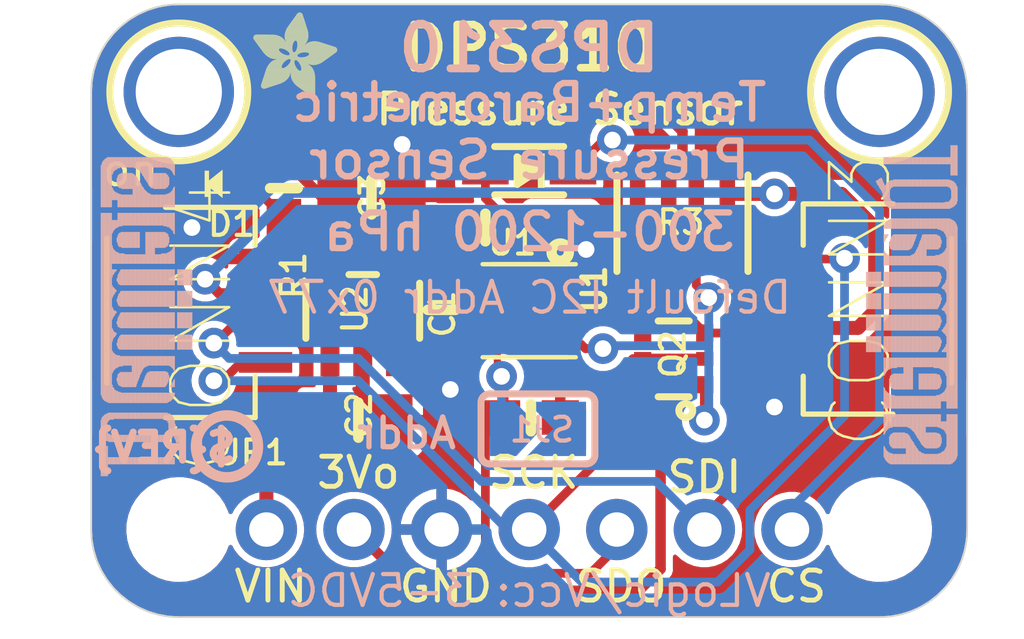
<source format=kicad_pcb>
(kicad_pcb (version 20221018) (generator pcbnew)
  (layers (0 "F.Cu" signal) (31 "B.Cu" signal) (34 "B.Paste" user) (35 "F.Paste" user) (36 "B.SilkS" user "B.Silkscreen") (37 "F.SilkS" user "F.Silkscreen") (38 "B.Mask" user) (39 "F.Mask" user) (44 "Edge.Cuts" user))
  (net 0 "")
  (net 1 "GND")
  (net 2 "3.3V")
  (net 3 "VCC")
  (net 4 "N$1")
  (net 5 "SDI_3V")
  (net 6 "SCK_3V")
  (net 7 "CS_3V")
  (net 8 "SDO/ADR")
  (net 9 "SDI/SDA")
  (net 10 "SCK/SCL")
  (net 11 "CS")
  (footprint "Adafruit DPS310:0603-NO" (layer "F.Cu") (at 147.2311 102.5906 180)
    (fp_text reference "R5" hide)
    (fp_text value "10K")
    (pad "1" smd rect (at -0.85 0 180) (size 1.075 1) (layers "F.Cu" "F.Paste" "F.Mask") (net 7 "CS_3V"))
    (pad "2" smd rect (at 0.85 0 180) (size 1.075 1) (layers "F.Cu" "F.Paste" "F.Mask") (net 2 "3.3V"))
  )
  (footprint "Adafruit DPS310:CHIPLED_0603_NOOUTLINE" (layer "F.Cu") (at 139.3571 101.3206 90)
    (fp_text reference "D1" (at -0.762 1.27) (layer "F.SilkS") (effects (font (size 0.692831 0.692831) (thickness 0.119969)) (justify right top)))
    (fp_text value "GREEN")
    (pad "A" smd rect (at 0 0.75 90) (size 0.8 0.8) (layers "F.Cu" "F.Paste" "F.Mask") (net 4 "N$1"))
    (pad "C" smd rect (at 0 -0.75 90) (size 0.8 0.8) (layers "F.Cu" "F.Paste" "F.Mask") (net 1 "GND"))
  )
  (footprint "Adafruit DPS310:0805-NO" (layer "F.Cu") (at 143.9291 101.7016)
    (fp_text reference "C3" (at -0.381 -0.762 90) (layer "F.SilkS") (effects (font (size 0.692831 0.692831) (thickness 0.119969)) (justify right top)))
    (fp_text value "10uF")
    (pad "1" smd rect (at -0.95 0) (size 1.24 1.5) (layers "F.Cu" "F.Paste" "F.Mask") (net 2 "3.3V"))
    (pad "2" smd rect (at 0.95 0) (size 1.24 1.5) (layers "F.Cu" "F.Paste" "F.Mask") (net 1 "GND"))
  )
  (footprint "Adafruit DPS310:MOUNTINGHOLE_2.5_PLATED" (layer "F.Cu") (at 138.3411 98.6536)
    (fp_text reference "U$1" hide)
    (fp_text value "MOUNTINGHOLE2.5" hide)
    (pad "P$1" thru_hole circle (at 0 0) (size 3.2 3.2) (drill 2.5) (layers "*.Cu" "*.Mask"))
    (zone (net 0) (net_name "") (layer "F.Cu") (connect_pads (clearance 0)) (min_thickness 0.25)
      (keepout (tracks not_allowed) (vias not_allowed) (pads not_allowed) (copperpour not_allowed) (footprints allowed))
      (fill (thermal_gap 0.5) (thermal_bridge_width 0.5))
      (polygon (pts (xy 140.3571 98.6536) (xy 140.33748 98.373027) (xy 140.279004 98.097915) (xy 140.182808 97.833619) (xy 140.050765 97.585283) (xy 139.885446 97.35774) (xy 139.690067 97.15542) (xy 139.468433 96.98226) (xy 139.224856 96.841631) (xy 138.964078 96.73627) (xy 138.691175 96.668228) (xy 138.411457 96.638828) (xy 138.130371 96.648644) (xy 137.853385 96.697484) (xy 137.585893 96.784397) (xy 137.3331 96.907693) (xy 137.099926 97.06497) (xy 136.890911 97.253169) (xy 136.710122 97.468625) (xy 136.561078 97.707145) (xy 136.44668 97.964087) (xy 136.369154 98.23445) (xy 136.330011 98.512971) (xy 136.330011 98.794229) (xy 136.369154 99.07275) (xy 136.44668 99.343113) (xy 136.561078 99.600055) (xy 136.710122 99.838575) (xy 136.890911 100.054031) (xy 137.099926 100.24223) (xy 137.3331 100.399507) (xy 137.585893 100.522803) (xy 137.853385 100.609716) (xy 138.130371 100.658556) (xy 138.411457 100.668372) (xy 138.691175 100.638972) (xy 138.964078 100.57093) (xy 139.224856 100.465569) (xy 139.468433 100.32494) (xy 139.690067 100.15178) (xy 139.885446 99.94946) (xy 140.050765 99.721917) (xy 140.182808 99.473581) (xy 140.279004 99.209285) (xy 140.33748 98.934173)))
      (polygon (pts (xy 138.3251 98.6536) (xy 138.329786 98.664914) (xy 138.3411 98.6696) (xy 138.352414 98.664914) (xy 138.3571 98.6536) (xy 138.352414 98.642286) (xy 138.3411 98.6376) (xy 138.329786 98.642286)))
    )
    (zone (net 0) (net_name "") (layer "B.Cu") (connect_pads (clearance 0)) (min_thickness 0.25)
      (keepout (tracks not_allowed) (vias not_allowed) (pads not_allowed) (copperpour not_allowed) (footprints allowed))
      (fill (thermal_gap 0.5) (thermal_bridge_width 0.5))
      (polygon (pts (xy 140.3571 98.6536) (xy 140.33748 98.373027) (xy 140.279004 98.097915) (xy 140.182808 97.833619) (xy 140.050765 97.585283) (xy 139.885446 97.35774) (xy 139.690067 97.15542) (xy 139.468433 96.98226) (xy 139.224856 96.841631) (xy 138.964078 96.73627) (xy 138.691175 96.668228) (xy 138.411457 96.638828) (xy 138.130371 96.648644) (xy 137.853385 96.697484) (xy 137.585893 96.784397) (xy 137.3331 96.907693) (xy 137.099926 97.06497) (xy 136.890911 97.253169) (xy 136.710122 97.468625) (xy 136.561078 97.707145) (xy 136.44668 97.964087) (xy 136.369154 98.23445) (xy 136.330011 98.512971) (xy 136.330011 98.794229) (xy 136.369154 99.07275) (xy 136.44668 99.343113) (xy 136.561078 99.600055) (xy 136.710122 99.838575) (xy 136.890911 100.054031) (xy 137.099926 100.24223) (xy 137.3331 100.399507) (xy 137.585893 100.522803) (xy 137.853385 100.609716) (xy 138.130371 100.658556) (xy 138.411457 100.668372) (xy 138.691175 100.638972) (xy 138.964078 100.57093) (xy 139.224856 100.465569) (xy 139.468433 100.32494) (xy 139.690067 100.15178) (xy 139.885446 99.94946) (xy 140.050765 99.721917) (xy 140.182808 99.473581) (xy 140.279004 99.209285) (xy 140.33748 98.934173)))
      (polygon (pts (xy 138.3251 98.6536) (xy 138.329786 98.664914) (xy 138.3411 98.6696) (xy 138.352414 98.664914) (xy 138.3571 98.6536) (xy 138.352414 98.642286) (xy 138.3411 98.6376) (xy 138.329786 98.642286)))
    )
  )
  (footprint "Adafruit DPS310:JST_SH4" (layer "F.Cu") (at 158.6611 105.0036 90)
    (fp_text reference "CONN3" (at -4.092 0.45 90) (layer "F.SilkS") (effects (font (size 1.703222 1.703222) (thickness 0.074778)) (justify left bottom)))
    (fp_text value "STEMMA_I2C_QT" hide)
    (pad "1" smd rect (at -1.5 -2.514 180) (size 1.55 0.6) (layers "F.Cu" "F.Paste" "F.Mask") (net 1 "GND"))
    (pad "2" smd rect (at -0.5 -2.514 180) (size 1.55 0.6) (layers "F.Cu" "F.Paste" "F.Mask") (net 3 "VCC"))
    (pad "3" smd rect (at 0.5 -2.514 180) (size 1.55 0.6) (layers "F.Cu" "F.Paste" "F.Mask") (net 9 "SDI/SDA"))
    (pad "4" smd rect (at 1.5 -2.514 180) (size 1.55 0.6) (layers "F.Cu" "F.Paste" "F.Mask") (net 10 "SCK/SCL"))
    (pad "MT1" smd rect (at -2.8 1.386 180) (size 1.8 1.2) (layers "F.Cu" "F.Paste" "F.Mask"))
    (pad "MT2" smd rect (at 2.8 1.386 180) (size 1.8 1.2) (layers "F.Cu" "F.Paste" "F.Mask"))
  )
  (footprint "Adafruit DPS310:0603-NO" (layer "F.Cu") (at 141.3891 101.4476 -90)
    (fp_text reference "R1" (at 1.778 0.127 90) (layer "F.SilkS") (effects (font (size 0.692831 0.692831) (thickness 0.119969)) (justify right top)))
    (fp_text value "10K")
    (pad "1" smd rect (at -0.85 0 270) (size 1.075 1) (layers "F.Cu" "F.Paste" "F.Mask") (net 2 "3.3V"))
    (pad "2" smd rect (at 0.85 0 270) (size 1.075 1) (layers "F.Cu" "F.Paste" "F.Mask") (net 4 "N$1"))
  )
  (footprint "Adafruit DPS310:RESPACK_4X0603" (layer "F.Cu") (at 152.9461 102.4636 180)
    (fp_text reference "R3" (at -0.711 0.432) (layer "F.SilkS") (effects (font (size 0.692831 0.692831) (thickness 0.119969)) (justify right top)))
    (fp_text value "10K")
    (pad "1" smd rect (at -1.3 0.85 180) (size 0.45 0.9) (layers "F.Cu" "F.Paste" "F.Mask") (net 3 "VCC"))
    (pad "2" smd rect (at -0.4 0.85 180) (size 0.45 0.9) (layers "F.Cu" "F.Paste" "F.Mask") (net 2 "3.3V"))
    (pad "3" smd rect (at 0.4 0.85 180) (size 0.45 0.9) (layers "F.Cu" "F.Paste" "F.Mask") (net 3 "VCC"))
    (pad "4" smd rect (at 1.3 0.85 180) (size 0.45 0.9) (layers "F.Cu" "F.Paste" "F.Mask") (net 2 "3.3V"))
    (pad "5" smd rect (at 1.3 -0.85 180) (size 0.45 0.9) (layers "F.Cu" "F.Paste" "F.Mask") (net 5 "SDI_3V"))
    (pad "6" smd rect (at 0.4 -0.85 180) (size 0.45 0.9) (layers "F.Cu" "F.Paste" "F.Mask") (net 9 "SDI/SDA"))
    (pad "7" smd rect (at -0.4 -0.85 180) (size 0.45 0.9) (layers "F.Cu" "F.Paste" "F.Mask") (net 6 "SCK_3V"))
    (pad "8" smd rect (at -1.3 -0.85 180) (size 0.45 0.9) (layers "F.Cu" "F.Paste" "F.Mask") (net 10 "SCK/SCL"))
  )
  (footprint "Adafruit DPS310:BMX280_COMBO" (layer "F.Cu") (at 148.5011 105.0036)
    (fp_text reference "U1" (at -1.26 -1.568) (layer "F.SilkS") (effects (font (size 0.692831 0.692831) (thickness 0.119969)) (justify left bottom)))
    (fp_text value "")
    (fp_text user "${REFERENCE}" (at 1.498 -1.39 90) (layer "F.SilkS") (effects (font (size 0.666496 0.666496) (thickness 0.146304)) (justify right top)))
    (pad "1" smd rect (at 0.925 -0.975) (size 0.725 0.35) (layers "F.Cu" "F.Paste" "F.Mask") (net 1 "GND"))
    (pad "2" smd rect (at 0.925 -0.325) (size 0.725 0.35) (layers "F.Cu" "F.Paste" "F.Mask") (net 7 "CS_3V"))
    (pad "3" smd rect (at 0.925 0.325) (size 0.725 0.35) (layers "F.Cu" "F.Paste" "F.Mask") (net 5 "SDI_3V"))
    (pad "4" smd rect (at 0.925 0.975) (size 0.725 0.35) (layers "F.Cu" "F.Paste" "F.Mask") (net 6 "SCK_3V"))
    (pad "5" smd rect (at -0.925 0.975) (size 0.725 0.35) (layers "F.Cu" "F.Paste" "F.Mask") (net 8 "SDO/ADR"))
    (pad "6" smd rect (at -0.925 0.325) (size 0.725 0.35) (layers "F.Cu" "F.Paste" "F.Mask") (net 2 "3.3V"))
    (pad "7" smd rect (at -0.925 -0.325) (size 0.725 0.35) (layers "F.Cu" "F.Paste" "F.Mask") (net 1 "GND"))
    (pad "8" smd rect (at -0.925 -0.975) (size 0.725 0.35) (layers "F.Cu" "F.Paste" "F.Mask") (net 2 "3.3V"))
  )
  (footprint "Adafruit DPS310:FIDUCIAL_1MM" (layer "F.Cu") (at 155.4861 97.5995)
    (fp_text reference "FID4" hide)
    (fp_text value "FIDUCIAL_1MM" hide)
    (pad "1" smd roundrect (at 0 0) (size 1 1) (layers "F.Cu" "F.Mask") (roundrect_rratio 0.5))
  )
  (footprint "Adafruit DPS310:ADAFRUIT_2.5MM" (layer "F.Cu") (at 140.5001 98.7806)
    (fp_text reference "U$4" hide)
    (fp_text value "" hide)
  )
  (footprint "Adafruit DPS310:MOUNTINGHOLE_2.5_PLATED" (layer "F.Cu") (at 158.6611 98.6536)
    (fp_text reference "U$17" hide)
    (fp_text value "MOUNTINGHOLE2.5" hide)
    (pad "P$1" thru_hole circle (at 0 0) (size 3.2 3.2) (drill 2.5) (layers "*.Cu" "*.Mask"))
    (zone (net 0) (net_name "") (layer "F.Cu") (connect_pads (clearance 0)) (min_thickness 0.25)
      (keepout (tracks not_allowed) (vias not_allowed) (pads not_allowed) (copperpour not_allowed) (footprints allowed))
      (fill (thermal_gap 0.5) (thermal_bridge_width 0.5))
      (polygon (pts (xy 160.6771 98.6536) (xy 160.65748 98.373027) (xy 160.599004 98.097915) (xy 160.502808 97.833619) (xy 160.370765 97.585283) (xy 160.205446 97.35774) (xy 160.010067 97.15542) (xy 159.788433 96.98226) (xy 159.544856 96.841631) (xy 159.284078 96.73627) (xy 159.011175 96.668228) (xy 158.731457 96.638828) (xy 158.450371 96.648644) (xy 158.173385 96.697484) (xy 157.905893 96.784397) (xy 157.6531 96.907693) (xy 157.419926 97.06497) (xy 157.210911 97.253169) (xy 157.030122 97.468625) (xy 156.881078 97.707145) (xy 156.76668 97.964087) (xy 156.689154 98.23445) (xy 156.650011 98.512971) (xy 156.650011 98.794229) (xy 156.689154 99.07275) (xy 156.76668 99.343113) (xy 156.881078 99.600055) (xy 157.030122 99.838575) (xy 157.210911 100.054031) (xy 157.419926 100.24223) (xy 157.6531 100.399507) (xy 157.905893 100.522803) (xy 158.173385 100.609716) (xy 158.450371 100.658556) (xy 158.731457 100.668372) (xy 159.011175 100.638972) (xy 159.284078 100.57093) (xy 159.544856 100.465569) (xy 159.788433 100.32494) (xy 160.010067 100.15178) (xy 160.205446 99.94946) (xy 160.370765 99.721917) (xy 160.502808 99.473581) (xy 160.599004 99.209285) (xy 160.65748 98.934173)))
      (polygon (pts (xy 158.6451 98.6536) (xy 158.649786 98.664914) (xy 158.6611 98.6696) (xy 158.672414 98.664914) (xy 158.6771 98.6536) (xy 158.672414 98.642286) (xy 158.6611 98.6376) (xy 158.649786 98.642286)))
    )
    (zone (net 0) (net_name "") (layer "B.Cu") (connect_pads (clearance 0)) (min_thickness 0.25)
      (keepout (tracks not_allowed) (vias not_allowed) (pads not_allowed) (copperpour not_allowed) (footprints allowed))
      (fill (thermal_gap 0.5) (thermal_bridge_width 0.5))
      (polygon (pts (xy 160.6771 98.6536) (xy 160.65748 98.373027) (xy 160.599004 98.097915) (xy 160.502808 97.833619) (xy 160.370765 97.585283) (xy 160.205446 97.35774) (xy 160.010067 97.15542) (xy 159.788433 96.98226) (xy 159.544856 96.841631) (xy 159.284078 96.73627) (xy 159.011175 96.668228) (xy 158.731457 96.638828) (xy 158.450371 96.648644) (xy 158.173385 96.697484) (xy 157.905893 96.784397) (xy 157.6531 96.907693) (xy 157.419926 97.06497) (xy 157.210911 97.253169) (xy 157.030122 97.468625) (xy 156.881078 97.707145) (xy 156.76668 97.964087) (xy 156.689154 98.23445) (xy 156.650011 98.512971) (xy 156.650011 98.794229) (xy 156.689154 99.07275) (xy 156.76668 99.343113) (xy 156.881078 99.600055) (xy 157.030122 99.838575) (xy 157.210911 100.054031) (xy 157.419926 100.24223) (xy 157.6531 100.399507) (xy 157.905893 100.522803) (xy 158.173385 100.609716) (xy 158.450371 100.658556) (xy 158.731457 100.668372) (xy 159.011175 100.638972) (xy 159.284078 100.57093) (xy 159.544856 100.465569) (xy 159.788433 100.32494) (xy 160.010067 100.15178) (xy 160.205446 99.94946) (xy 160.370765 99.721917) (xy 160.502808 99.473581) (xy 160.599004 99.209285) (xy 160.65748 98.934173)))
      (polygon (pts (xy 158.6451 98.6536) (xy 158.649786 98.664914) (xy 158.6611 98.6696) (xy 158.672414 98.664914) (xy 158.6771 98.6536) (xy 158.672414 98.642286) (xy 158.6611 98.6376) (xy 158.649786 98.642286)))
    )
  )
  (footprint "Adafruit DPS310:JST_SH4" (layer "F.Cu") (at 138.3411 105.0036 -90)
    (fp_text reference "CONN4" (at -3.965 0.323 90) (layer "F.SilkS") (effects (font (size 1.703222 1.703222) (thickness 0.074778)) (justify right top)))
    (fp_text value "STEMMA_I2C_QT" hide)
    (pad "1" smd rect (at -1.5 -2.514) (size 1.55 0.6) (layers "F.Cu" "F.Paste" "F.Mask") (net 1 "GND"))
    (pad "2" smd rect (at -0.5 -2.514) (size 1.55 0.6) (layers "F.Cu" "F.Paste" "F.Mask") (net 3 "VCC"))
    (pad "3" smd rect (at 0.5 -2.514) (size 1.55 0.6) (layers "F.Cu" "F.Paste" "F.Mask") (net 9 "SDI/SDA"))
    (pad "4" smd rect (at 1.5 -2.514) (size 1.55 0.6) (layers "F.Cu" "F.Paste" "F.Mask") (net 10 "SCK/SCL"))
    (pad "MT1" smd rect (at -2.8 1.386) (size 1.8 1.2) (layers "F.Cu" "F.Paste" "F.Mask"))
    (pad "MT2" smd rect (at 2.8 1.386) (size 1.8 1.2) (layers "F.Cu" "F.Paste" "F.Mask"))
  )
  (footprint "Adafruit DPS310:0805-NO" (layer "F.Cu") (at 143.5481 108.1786)
    (fp_text reference "C2" (at -0.381 -0.889 90) (layer "F.SilkS") (effects (font (size 0.692831 0.692831) (thickness 0.119969)) (justify right top)))
    (fp_text value "10uF")
    (pad "1" smd rect (at -0.95 0) (size 1.24 1.5) (layers "F.Cu" "F.Paste" "F.Mask") (net 3 "VCC"))
    (pad "2" smd rect (at 0.95 0) (size 1.24 1.5) (layers "F.Cu" "F.Paste" "F.Mask") (net 1 "GND"))
  )
  (footprint "Adafruit DPS310:FIDUCIAL_1MM" (layer "F.Cu") (at 136.8171 109.5121)
    (fp_text reference "FID3" hide)
    (fp_text value "FIDUCIAL_1MM" hide)
    (pad "1" smd roundrect (at 0 0) (size 1 1) (layers "F.Cu" "F.Mask") (roundrect_rratio 0.5))
  )
  (footprint "" (layer "F.Cu") (at 138.3411 111.3536)
    (fp_text reference "@HOLE0" hide)
    (fp_text value "" (at 0 0) (layer "F.SilkS") (effects (font (size 1.27 1.27))))
    (pad "" np_thru_hole circle (at 0 0) (size 2.54 2.54) (drill 2.54) (layers "*.Cu" "*.Mask"))
  )
  (footprint "Adafruit DPS310:0603-NO" (layer "F.Cu") (at 145.9611 104.9782 -90)
    (fp_text reference "C1" (at -0.635 0.381 90) (layer "F.SilkS") (effects (font (size 0.692831 0.692831) (thickness 0.119969)) (justify right top)))
    (fp_text value "0.1uF")
    (pad "1" smd rect (at -0.85 0 270) (size 1.075 1) (layers "F.Cu" "F.Paste" "F.Mask") (net 2 "3.3V"))
    (pad "2" smd rect (at 0.85 0 270) (size 1.075 1) (layers "F.Cu" "F.Paste" "F.Mask") (net 1 "GND"))
  )
  (footprint "Adafruit DPS310:SOT363" (layer "F.Cu") (at 152.6921 106.4006 90)
    (fp_text reference "Q2" (at -0.635 0.381 90) (layer "F.SilkS") (effects (font (size 0.692831 0.692831) (thickness 0.119969)) (justify left bottom)))
    (fp_text value "BSS138")
    (pad "1" smd rect (at -0.75 0.9 90) (size 0.5 0.5) (layers "F.Cu" "F.Paste" "F.Mask") (net 6 "SCK_3V"))
    (pad "2" smd rect (at 0 0.9 90) (size 0.4 0.5) (layers "F.Cu" "F.Paste" "F.Mask") (net 2 "3.3V"))
    (pad "3" smd rect (at 0.75 0.9 90) (size 0.5 0.5) (layers "F.Cu" "F.Paste" "F.Mask") (net 9 "SDI/SDA"))
    (pad "4" smd rect (at 0.75 -0.9 90) (size 0.5 0.5) (layers "F.Cu" "F.Paste" "F.Mask") (net 5 "SDI_3V"))
    (pad "5" smd rect (at 0 -0.9 90) (size 0.4 0.5) (layers "F.Cu" "F.Paste" "F.Mask") (net 2 "3.3V"))
    (pad "6" smd rect (at -0.75 -0.9 90) (size 0.5 0.5) (layers "F.Cu" "F.Paste" "F.Mask") (net 10 "SCK/SCL"))
  )
  (footprint "Adafruit DPS310:SOD-323" (layer "F.Cu") (at 148.5011 100.9396 180)
    (fp_text reference "D2" hide)
    (fp_text value "1N4148")
    (pad "A" smd rect (at 1.27 0 180) (size 1.35 0.8) (layers "F.Cu" "F.Paste" "F.Mask") (net 7 "CS_3V"))
    (pad "C" smd rect (at -1.27 0 180) (size 1.35 0.8) (layers "F.Cu" "F.Paste" "F.Mask") (net 11 "CS"))
  )
  (footprint "Adafruit DPS310:0603-NO" (layer "F.Cu") (at 148.5519 108.1024)
    (fp_text reference "R4" hide)
    (fp_text value "10K")
    (pad "1" smd rect (at -0.85 0) (size 1.075 1) (layers "F.Cu" "F.Paste" "F.Mask") (net 8 "SDO/ADR"))
    (pad "2" smd rect (at 0.85 0) (size 1.075 1) (layers "F.Cu" "F.Paste" "F.Mask") (net 2 "3.3V"))
  )
  (footprint "Adafruit DPS310:1X07_ROUND_70" (layer "F.Cu") (at 148.5011 111.3536)
    (fp_text reference "JP1" (at -8.9662 -1.8288) (layer "F.SilkS") (effects (font (size 0.692831 0.692831) (thickness 0.119969)) (justify left bottom)))
    (fp_text value "")
    (pad "1" thru_hole circle (at -7.62 0 90) (size 1.778 1.778) (drill 1) (layers "*.Cu" "*.Mask") (net 3 "VCC"))
    (pad "2" thru_hole circle (at -5.08 0 90) (size 1.778 1.778) (drill 1) (layers "*.Cu" "*.Mask") (net 2 "3.3V"))
    (pad "3" thru_hole circle (at -2.54 0 90) (size 1.778 1.778) (drill 1) (layers "*.Cu" "*.Mask") (net 1 "GND"))
    (pad "4" thru_hole circle (at 0 0 90) (size 1.778 1.778) (drill 1) (layers "*.Cu" "*.Mask") (net 10 "SCK/SCL"))
    (pad "5" thru_hole circle (at 2.54 0 90) (size 1.778 1.778) (drill 1) (layers "*.Cu" "*.Mask") (net 8 "SDO/ADR"))
    (pad "6" thru_hole circle (at 5.08 0 90) (size 1.778 1.778) (drill 1) (layers "*.Cu" "*.Mask") (net 9 "SDI/SDA"))
    (pad "7" thru_hole circle (at 7.62 0 90) (size 1.778 1.778) (drill 1) (layers "*.Cu" "*.Mask") (net 11 "CS"))
  )
  (footprint "Adafruit DPS310:SOT23-5" (layer "F.Cu") (at 143.6751 105.0036)
    (fp_text reference "U2" (at -0.635 -0.816 90) (layer "F.SilkS") (effects (font (size 0.692831 0.692831) (thickness 0.119969)) (justify right top)))
    (fp_text value "AP2112K-3.3")
    (pad "1" smd rect (at -0.95 1.3001) (size 0.55 1.2) (layers "F.Cu" "F.Paste" "F.Mask") (net 3 "VCC"))
    (pad "2" smd rect (at 0 1.3001) (size 0.55 1.2) (layers "F.Cu" "F.Paste" "F.Mask") (net 1 "GND"))
    (pad "3" smd rect (at 0.95 1.3001) (size 0.55 1.2) (layers "F.Cu" "F.Paste" "F.Mask") (net 3 "VCC"))
    (pad "4" smd rect (at 0.95 -1.3001) (size 0.55 1.2) (layers "F.Cu" "F.Paste" "F.Mask"))
    (pad "5" smd rect (at -0.95 -1.3001) (size 0.55 1.2) (layers "F.Cu" "F.Paste" "F.Mask") (net 2 "3.3V"))
  )
  (footprint "" (layer "F.Cu") (at 158.6611 111.3536)
    (fp_text reference "@HOLE1" hide)
    (fp_text value "" (at 0 0) (layer "F.SilkS") (effects (font (size 1.27 1.27))))
    (pad "" np_thru_hole circle (at 0 0) (size 2.54 2.54) (drill 2.54) (layers "*.Cu" "*.Mask"))
  )
  (footprint "Adafruit DPS310:STEMMAQT" (layer "B.Cu") (at 158.2801 109.4486 90)
    (fp_text reference "U$30" hide)
    (fp_text value "" hide)
  )
  (footprint "Adafruit DPS310:STEMMAQT" (layer "B.Cu") (at 138.7221 100.5586 -90)
    (fp_text reference "U$31" hide)
    (fp_text value "" hide)
  )
  (footprint "Adafruit DPS310:PCBFEAT-REV-040" (layer "B.Cu") (at 139.7381 108.9406 180)
    (fp_text reference "U$25" hide)
    (fp_text value "" hide)
    (fp_text user "${REV}" (at -0.3556 -0.508) (layer "B.SilkS") (effects (font (size 0.8128 0.8128) (thickness 0.2032)) (justify left bottom mirror)))
  )
  (footprint "Adafruit DPS310:SOLDERJUMPER_ARROW_NOPASTE" (layer "B.Cu") (at 148.7551 108.4326)
    (fp_text reference "SJ1" (at -0.889 -0.381) (layer "B.SilkS") (effects (font (size 0.692831 0.692831) (thickness 0.119969)) (justify right top mirror)))
    (fp_text value "")
    (fp_poly (pts (xy 0.106121 -0.002663) (xy -0.679416 -0.7882) (xy -1.3946 -0.7882) (xy -1.3946 0.7882) (xy -0.62715 0.7882)) (fill solid) (layer "B.Cu"))
    (fp_poly (pts (xy 1.3946 -0.7882) (xy -0.315893 -0.7882) (xy 0.443148 0) (xy -0.315893 0.7882) (xy 1.3946 0.7882)) (fill solid) (layer "B.Cu"))
    (pad "1" smd roundrect (at -1.016 0) (size 0.762 1.524) (layers "B.Cu") (net 8 "SDO/ADR"))
    (pad "2" smd roundrect (at 1.016 0) (size 0.762 1.524) (layers "B.Cu") (net 1 "GND"))
  )
  (gr_arc (start 135.8011 98.6536) (mid 136.545049 96.857549) (end 138.3411 96.1136) (stroke (width 0.05)) (layer "Edge.Cuts"))
  (gr_line (start 161.2011 111.3536) (end 161.2011 98.6536) (stroke (width 0.05)) (layer "Edge.Cuts"))
  (gr_line (start 158.6611 96.1136) (end 138.3411 96.1136) (stroke (width 0.05)) (layer "Edge.Cuts"))
  (gr_arc (start 161.2011 111.3536) (mid 160.457151 113.149651) (end 158.6611 113.8936) (stroke (width 0.05)) (layer "Edge.Cuts"))
  (gr_arc (start 158.6611 96.1136) (mid 160.457151 96.857549) (end 161.2011 98.6536) (stroke (width 0.05)) (layer "Edge.Cuts"))
  (gr_arc (start 138.3411 113.8936) (mid 136.545049 113.149651) (end 135.8011 111.3536) (stroke (width 0.05)) (layer "Edge.Cuts"))
  (gr_line (start 138.3411 113.8936) (end 158.6611 113.8936) (stroke (width 0.05)) (layer "Edge.Cuts"))
  (gr_line (start 135.8011 98.6536) (end 135.8011 111.3536) (stroke (width 0.05)) (layer "Edge.Cuts"))
  (gr_text "DPS310" (at 148.5011 97.3836) (layer "B.SilkS") (effects (font (size 1.2954 1.2954) (thickness 0.2286)) (justify mirror)))
  (gr_text "VLogic/Vcc: 3-5VDC" (at 148.5011 113.1316) (layer "B.SilkS") (effects (font (size 0.89408 0.89408) (thickness 0.12192)) (justify mirror)))
  (gr_text "Temp+Barometric\nPressure Sensor" (at 148.5011 99.7966) (layer "B.SilkS") (effects (font (size 1.03632 1.03632) (thickness 0.18288)) (justify mirror)))
  (gr_text "Addr" (at 144.9451 108.5596) (layer "B.SilkS") (effects (font (size 0.8636 0.8636) (thickness 0.1524)) (justify mirror)))
  (gr_text "300-1200 hPa" (at 148.5011 102.7176) (layer "B.SilkS") (effects (font (size 1.03632 1.03632) (thickness 0.18288)) (justify mirror)))
  (gr_text "Default I2C Addr 0x77" (at 148.5011 104.6226) (layer "B.SilkS") (effects (font (size 0.89408 0.89408) (thickness 0.12192)) (justify mirror)))
  (gr_text "CS" (at 156.2481 113.0046) (layer "F.SilkS") (effects (font (size 0.87376 0.87376) (thickness 0.14224))))
  (gr_text "VIN" (at 141.0081 113.0046) (layer "F.SilkS") (effects (font (size 0.87376 0.87376) (thickness 0.14224))))
  (gr_text "SDO" (at 151.1681 113.0046) (layer "F.SilkS") (effects (font (size 0.87376 0.87376) (thickness 0.14224))))
  (gr_text "SCK" (at 148.6281 109.7026) (layer "F.SilkS") (effects (font (size 0.87376 0.87376) (thickness 0.14224))))
  (gr_text "GND" (at 146.0881 113.0046) (layer "F.SilkS") (effects (font (size 0.87376 0.87376) (thickness 0.14224))))
  (gr_text "on" (at 136.0551 101.4476) (layer "F.SilkS") (effects (font (size 0.89408 0.89408) (thickness 0.12192)) (justify left bottom)))
  (gr_text "3Vo" (at 143.5481 109.7026) (layer "F.SilkS") (effects (font (size 0.87376 0.87376) (thickness 0.14224))))
  (gr_text "Pressure Sensor" (at 149.3901 99.1616) (layer "F.SilkS") (effects (font (size 0.8636 0.8636) (thickness 0.1524))))
  (gr_text "SDI" (at 153.5811 109.8296) (layer "F.SilkS") (effects (font (size 0.87376 0.87376) (thickness 0.14224))))
  (gr_text "DPS310" (at 148.5011 97.3836) (layer "F.SilkS") (effects (font (size 1.25222 1.25222) (thickness 0.22098))))
  (segment (start 143.6751 106.3037) (end 143.6751 107.3556) (width 0.4064) (layer "F.Cu") (net 1))
  (segment (start 143.6751 107.3556) (end 144.4981 108.1786) (width 0.4064) (layer "F.Cu") (net 1))
  (via (at 144.8181 100.1776) (size 0.889) (drill 0.4826) (layers "F.Cu" "B.Cu") (net 1))
  (via (at 138.7221 102.5906) (size 0.889) (drill 0.4826) (layers "F.Cu" "B.Cu") (net 1))
  (via (at 155.6131 107.7976) (size 0.889) (drill 0.4826) (layers "F.Cu" "B.Cu") (net 1))
  (via (at 150.1521 103.2256) (size 0.889) (drill 0.4826) (layers "F.Cu" "B.Cu") (net 1))
  (via (at 146.2151 107.2896) (size 0.889) (drill 0.4826) (layers "F.Cu" "B.Cu") (net 1))
  (segment (start 141.3891 99.9236) (end 142.9131 98.3996) (width 0.3048) (layer "F.Cu") (net 2))
  (segment (start 152.5651 106.4006) (end 153.5921 106.4006) (width 0.3048) (layer "F.Cu") (net 2))
  (segment (start 145.1991 113.1316) (end 151.6761 113.1316) (width 0.3048) (layer "F.Cu") (net 2))
  (segment (start 141.3891 100.5976) (end 141.3891 99.9236) (width 0.3048) (layer "F.Cu") (net 2))
  (segment (start 151.6761 113.1316) (end 152.3111 112.4966) (width 0.3048) (layer "F.Cu") (net 2))
  (segment (start 151.7921 106.4006) (end 152.5651 106.4006) (width 0.3048) (layer "F.Cu") (net 2))
  (segment (start 146.7231 105.0036) (end 147.0481 105.3286) (width 0.3048) (layer "F.Cu") (net 2))
  (segment (start 151.6461 100.9696) (end 151.6461 101.6136) (width 0.3048) (layer "F.Cu") (net 2))
  (segment (start 141.3891 100.5976) (end 142.4931 101.7016) (width 0.3048) (layer "F.Cu") (net 2))
  (segment (start 151.5491 98.3996) (end 152.9461 99.7966) (width 0.3048) (layer "F.Cu") (net 2))
  (segment (start 148.5011 105.6386) (end 148.1911 105.3286) (width 0.3048) (layer "F.Cu") (net 2))
  (segment (start 152.9461 100.6856) (end 151.9301 100.6856) (width 0.3048) (layer "F.Cu") (net 2))
  (segment (start 146.7231 105.0036) (end 146.7231 104.3686) (width 0.3048) (layer "F.Cu") (net 2))
  (segment (start 142.7251 101.9556) (end 142.9791 101.7016) (width 0.4064) (layer "F.Cu") (net 2))
  (segment (start 153.3461 101.6136) (end 153.3461 101.0856) (width 0.3048) (layer "F.Cu") (net 2))
  (segment (start 152.3111 112.4966) (end 152.3111 109.0676) (width 0.3048) (layer "F.Cu") (net 2))
  (segment (start 151.7921 106.4006) (end 151.7747 106.418) (width 0.3048) (layer "F.Cu") (net 2))
  (segment (start 143.6807 104.6591) (end 145.1762 104.6591) (width 0.3048) (layer "F.Cu") (net 2))
  (segment (start 145.7071 104.1282) (end 145.9611 104.1282) (width 0.3048) (layer "F.Cu") (net 2))
  (segment (start 145.9611 103.3526) (end 146.3811 102.9326) (width 0.4064) (layer "F.Cu") (net 2))
  (segment (start 152.3111 109.0676) (end 152.5651 108.8136) (width 0.3048) (layer "F.Cu") (net 2))
  (segment (start 146.7231 104.3686) (end 146.4827 104.1282) (width 0.3048) (layer "F.Cu") (net 2))
  (segment (start 145.7071 104.1282) (end 145.1762 104.6591) (width 0.3048) (layer "F.Cu") (net 2))
  (segment (start 142.4931 101.7016) (end 142.9791 101.7016) (width 0.3048) (layer "F.Cu") (net 2))
  (segment (start 143.4211 111.3536) (end 145.1991 113.1316) (width 0.3048) (layer "F.Cu") (net 2))
  (segment (start 149.4019 107.2134) (end 149.4527 107.1626) (width 0.3048) (layer "F.Cu") (net 2))
  (segment (start 151.9301 100.6856) (end 151.6461 100.9696) (width 0.3048) (layer "F.Cu") (net 2))
  (segment (start 149.4527 107.1626) (end 150.777206 107.1626) (width 0.3048) (layer "F.Cu") (net 2))
  (segment (start 147.0481 105.3286) (end 147.5761 105.3286) (width 0.3048) (layer "F.Cu") (net 2))
  (segment (start 146.3811 102.9326) (end 146.3811 102.5906) (width 0.4064) (layer "F.Cu") (net 2))
  (segment (start 152.5651 108.8136) (end 152.5651 106.4006) (width 0.3048) (layer "F.Cu") (net 2))
  (segment (start 142.9131 98.3996) (end 151.5491 98.3996) (width 0.3048) (layer "F.Cu") (net 2))
  (segment (start 147.5761 104.0286) (end 146.0607 104.0286) (width 0.3048) (layer "F.Cu") (net 2))
  (segment (start 153.3461 101.0856) (end 152.9461 100.6856) (width 0.3048) (layer "F.Cu") (net 2))
  (segment (start 146.4827 104.1282) (end 145.9611 104.1282) (width 0.3048) (layer "F.Cu") (net 2))
  (segment (start 151.7747 106.418) (end 151.521806 106.418) (width 0.3048) (layer "F.Cu") (net 2))
  (segment (start 149.4019 108.1024) (end 149.4019 107.2134) (width 0.3048) (layer "F.Cu") (net 2))
  (segment (start 148.5011 105.6386) (end 148.5011 106.3126) (width 0.3048) (layer "F.Cu") (net 2))
  (segment (start 151.521806 106.418) (end 150.777206 107.1626) (width 0.3048) (layer "F.Cu") (net 2))
  (segment (start 142.7251 103.7035) (end 143.6807 104.6591) (width 0.3048) (layer "F.Cu") (net 2))
  (segment (start 148.1911 105.3286) (end 147.5761 105.3286) (width 0.3048) (layer "F.Cu") (net 2))
  (segment (start 149.4019 107.2134) (end 148.5011 106.3126) (width 0.3048) (layer "F.Cu") (net 2))
  (segment (start 145.9611 104.1282) (end 145.9611 103.3526) (width 0.4064) (layer "F.Cu") (net 2))
  (segment (start 146.0607 104.0286) (end 145.9611 104.1282) (width 0.3048) (layer "F.Cu") (net 2))
  (segment (start 152.9461 99.7966) (end 152.9461 100.6856) (width 0.3048) (layer "F.Cu") (net 2))
  (segment (start 142.7251 103.7035) (end 142.7251 101.9556) (width 0.4064) (layer "F.Cu") (net 2))
  (segment (start 154.2461 101.6136) (end 155.6131 101.6136) (width 0.4064) (layer "F.Cu") (net 3))
  (segment (start 152.8191 102.4636) (end 153.9621 102.4636) (width 0.3048) (layer "F.Cu") (net 3))
  (segment (start 140.8811 111.3536) (end 140.8811 109.8956) (width 0.4064) (layer "F.Cu") (net 3))
  (segment (start 152.5461 102.1906) (end 152.8191 102.4636) (width 0.3048) (layer "F.Cu") (net 3))
  (segment (start 142.7861 105.2576) (end 142.7251 105.3186) (width 0.4064) (layer "F.Cu") (net 3))
  (segment (start 139.5175 104.5036) (end 139.1031 104.0892) (width 0.3048) (layer "F.Cu") (net 3))
  (segment (start 140.8811 109.8956) (end 142.5981 108.1786) (width 0.4064) (layer "F.Cu") (net 3))
  (segment (start 158.5341 102.5906) (end 158.5341 105.0036) (width 0.4064) (layer "F.Cu") (net 3))
  (segment (start 152.5461 101.6136) (end 152.5461 102.1906) (width 0.3048) (layer "F.Cu") (net 3))
  (segment (start 140.8551 104.5036) (end 141.9101 104.5036) (width 0.4064) (layer "F.Cu") (net 3))
  (segment (start 155.6131 101.6136) (end 157.5571 101.6136) (width 0.4064) (layer "F.Cu") (net 3))
  (segment (start 144.6251 105.4456) (end 144.4371 105.2576) (width 0.4064) (layer "F.Cu") (net 3))
  (segment (start 158.0341 105.5036) (end 156.1471 105.5036) (width 0.4064) (layer "F.Cu") (net 3))
  (segment (start 144.6251 106.3037) (end 144.6251 105.4456) (width 0.4064) (layer "F.Cu") (net 3))
  (segment (start 141.9101 104.5036) (end 142.7251 105.3186) (width 0.4064) (layer "F.Cu") (net 3))
  (segment (start 142.7251 108.0516) (end 142.5981 108.1786) (width 0.4064) (layer "F.Cu") (net 3))
  (segment (start 142.7251 106.3037) (end 142.7251 108.0516) (width 0.4064) (layer "F.Cu") (net 3))
  (segment (start 158.5341 105.0036) (end 158.0341 105.5036) (width 0.4064) (layer "F.Cu") (net 3))
  (segment (start 153.9621 102.4636) (end 154.2461 102.1796) (width 0.3048) (layer "F.Cu") (net 3))
  (segment (start 154.2461 102.1796) (end 154.2461 101.6136) (width 0.3048) (layer "F.Cu") (net 3))
  (segment (start 140.8551 104.5036) (end 139.5175 104.5036) (width 0.3048) (layer "F.Cu") (net 3))
  (segment (start 157.5571 101.6136) (end 158.5341 102.5906) (width 0.4064) (layer "F.Cu") (net 3))
  (segment (start 144.4371 105.2576) (end 142.7861 105.2576) (width 0.4064) (layer "F.Cu") (net 3))
  (segment (start 142.7251 105.3186) (end 142.7251 106.3037) (width 0.4064) (layer "F.Cu") (net 3))
  (via (at 155.6131 101.6136) (size 0.889) (drill 0.4826) (layers "F.Cu" "B.Cu") (net 3))
  (via (at 139.1031 104.0892) (size 0.889) (drill 0.4826) (layers "F.Cu" "B.Cu") (net 3))
  (segment (start 155.6131 101.5746) (end 155.6131 101.6136) (width 0.3048) (layer "B.Cu") (net 3))
  (segment (start 141.6177 101.5746) (end 155.6131 101.5746) (width 0.3048) (layer "B.Cu") (net 3))
  (segment (start 139.1031 104.0892) (end 141.6177 101.5746) (width 0.3048) (layer "B.Cu") (net 3))
  (segment (start 140.1071 101.3206) (end 140.4121 101.3206) (width 0.254) (layer "F.Cu") (net 4))
  (segment (start 140.4121 101.3206) (end 141.3891 102.2976) (width 0.254) (layer "F.Cu") (net 4))
  (segment (start 151.6461 104.9776) (end 151.2951 105.3286) (width 0.254) (layer "F.Cu") (net 5))
  (segment (start 151.4701 105.3286) (end 151.7921 105.6506) (width 0.254) (layer "F.Cu") (net 5))
  (segment (start 151.2951 105.3286) (end 151.4701 105.3286) (width 0.254) (layer "F.Cu") (net 5))
  (segment (start 151.6461 103.3136) (end 151.6461 104.9776) (width 0.254) (layer "F.Cu") (net 5))
  (segment (start 149.4261 105.3286) (end 151.2951 105.3286) (width 0.254) (layer "F.Cu") (net 5))
  (segment (start 153.3461 103.3136) (end 153.3461 104.2606) (width 0.254) (layer "F.Cu") (net 6))
  (segment (start 150.1324 106.1033) (end 150.6404 106.1033) (width 0.254) (layer "F.Cu") (net 6))
  (segment (start 149.4261 105.9786) (end 150.0077 105.9786) (width 0.254) (layer "F.Cu") (net 6))
  (segment (start 153.5811 107.1616) (end 153.5921 107.1506) (width 0.254) (layer "F.Cu") (net 6))
  (segment (start 153.3461 104.2606) (end 153.7081 104.6226) (width 0.254) (layer "F.Cu") (net 6))
  (segment (start 150.0077 105.9786) (end 150.1324 106.1033) (width 0.254) (layer "F.Cu") (net 6))
  (segment (start 153.5811 108.1786) (end 153.5811 107.1616) (width 0.254) (layer "F.Cu") (net 6))
  (via (at 150.6404 106.1033) (size 0.889) (drill 0.4826) (layers "F.Cu" "B.Cu") (net 6))
  (via (at 153.7081 104.6226) (size 0.889) (drill 0.4826) (layers "F.Cu" "B.Cu") (net 6))
  (via (at 153.5811 108.1786) (size 0.889) (drill 0.4826) (layers "F.Cu" "B.Cu") (net 6))
  (segment (start 150.7241 106.0196) (end 153.7081 106.0196) (width 0.254) (layer "B.Cu") (net 6))
  (segment (start 153.7081 108.0516) (end 153.5811 108.1786) (width 0.254) (layer "B.Cu") (net 6))
  (segment (start 153.7081 104.6226) (end 153.7081 106.0196) (width 0.254) (layer "B.Cu") (net 6))
  (segment (start 153.7081 106.0196) (end 153.7081 108.0516) (width 0.254) (layer "B.Cu") (net 6))
  (segment (start 150.6404 106.1033) (end 150.7241 106.0196) (width 0.254) (layer "B.Cu") (net 6))
  (segment (start 151.0411 102.8836) (end 150.2401 102.0826) (width 0.254) (layer "F.Cu") (net 7))
  (segment (start 150.7311 104.6786) (end 149.4261 104.6786) (width 0.254) (layer "F.Cu") (net 7))
  (segment (start 148.5891 102.0826) (end 148.0811 102.5906) (width 0.254) (layer "F.Cu") (net 7))
  (segment (start 147.2311 100.9396) (end 147.2311 101.7406) (width 0.254) (layer "F.Cu") (net 7))
  (segment (start 148.0811 102.5906) (end 147.2311 101.7406) (width 0.254) (layer "F.Cu") (net 7))
  (segment (start 150.2401 102.0826) (end 148.5891 102.0826) (width 0.254) (layer "F.Cu") (net 7))
  (segment (start 151.0411 104.3686) (end 151.0411 102.8836) (width 0.254) (layer "F.Cu") (net 7))
  (segment (start 151.0411 104.3686) (end 150.7311 104.6786) (width 0.254) (layer "F.Cu") (net 7))
  (segment (start 147.5761 106.7086) (end 147.7761 106.9086) (width 0.2032) (layer "F.Cu") (net 8))
  (segment (start 147.7761 108.0282) (end 147.7019 108.1024) (width 0.254) (layer "F.Cu") (net 8))
  (segment (start 147.2311 108.5732) (end 147.2311 112.1156) (width 0.254) (layer "F.Cu") (net 8))
  (segment (start 151.0411 111.8616) (end 151.0411 111.3536) (width 0.254) (layer "F.Cu") (net 8))
  (segment (start 147.7761 106.9086) (end 147.701 106.9086) (width 0.254) (layer "F.Cu") (net 8))
  (segment (start 147.7019 108.1024) (end 147.2311 108.5732) (width 0.254) (layer "F.Cu") (net 8))
  (segment (start 150.2791 112.6236) (end 151.0411 111.8616) (width 0.254) (layer "F.Cu") (net 8))
  (segment (start 147.5761 105.9786) (end 147.5761 106.7086) (width 0.2032) (layer "F.Cu") (net 8))
  (segment (start 147.7761 106.9086) (end 147.7761 108.0282) (width 0.254) (layer "F.Cu") (net 8))
  (segment (start 147.7391 112.6236) (end 150.2791 112.6236) (width 0.254) (layer "F.Cu") (net 8))
  (segment (start 147.2311 112.1156) (end 147.7391 112.6236) (width 0.254) (layer "F.Cu") (net 8))
  (segment (start 147.701 106.9086) (end 147.7011 106.9085) (width 0.254) (layer "F.Cu") (net 8))
  (via (at 147.701 106.9086) (size 0.889) (drill 0.4826) (layers "F.Cu" "B.Cu") (net 8))
  (segment (start 147.701 106.9086) (end 147.701 108.3945) (width 0.254) (layer "B.Cu") (net 8))
  (segment (start 147.701 108.3945) (end 147.7391 108.4326) (width 0.254) (layer "B.Cu") (net 8))
  (segment (start 153.5811 110.9726) (end 154.4701 110.0836) (width 0.254) (layer "F.Cu") (net 9))
  (segment (start 139.3993 105.9434) (end 139.3571 105.9434) (width 0.254) (layer "F.Cu") (net 9))
  (segment (start 140.8551 105.5036) (end 139.8391 105.5036) (width 0.254) (layer "F.Cu") (net 9))
  (segment (start 155.6051 104.5036) (end 154.4581 105.6506) (width 0.254) (layer "F.Cu") (net 9))
  (segment (start 139.8391 105.5036) (end 139.3993 105.9434) (width 0.254) (layer "F.Cu") (net 9))
  (segment (start 153.5811 111.3536) (end 153.5811 110.9726) (width 0.254) (layer "F.Cu") (net 9))
  (segment (start 152.5461 103.3136) (end 152.5461 104.6046) (width 0.254) (layer "F.Cu") (net 9))
  (segment (start 154.4701 110.0836) (end 154.4701 105.6626) (width 0.254) (layer "F.Cu") (net 9))
  (segment (start 154.4701 105.6626) (end 154.4581 105.6506) (width 0.254) (layer "F.Cu") (net 9))
  (segment (start 156.1471 104.5036) (end 155.6051 104.5036) (width 0.254) (layer "F.Cu") (net 9))
  (segment (start 154.4581 105.6506) (end 153.5921 105.6506) (width 0.254) (layer "F.Cu") (net 9))
  (segment (start 152.5461 104.6046) (end 153.5921 105.6506) (width 0.254) (layer "F.Cu") (net 9))
  (via (at 139.3571 105.9434) (size 0.889) (drill 0.4826) (layers "F.Cu" "B.Cu") (net 9))
  (segment (start 147.115681 109.9566) (end 152.1841 109.9566) (width 0.254) (layer "B.Cu") (net 9))
  (segment (start 152.1841 109.9566) (end 153.5811 111.3536) (width 0.254) (layer "B.Cu") (net 9))
  (segment (start 139.3571 105.9434) (end 139.8016 106.3879) (width 0.254) (layer "B.Cu") (net 9))
  (segment (start 143.546981 106.3879) (end 139.8016 106.3879) (width 0.254) (layer "B.Cu") (net 9))
  (segment (start 143.546981 106.3879) (end 147.115681 109.9566) (width 0.254) (layer "B.Cu") (net 9))
  (segment (start 156.1471 103.5036) (end 157.6211 103.5036) (width 0.254) (layer "F.Cu") (net 10))
  (segment (start 140.1431 106.5036) (end 139.6111 107.0356) (width 0.254) (layer "F.Cu") (net 10))
  (segment (start 140.8551 106.5036) (end 140.1431 106.5036) (width 0.254) (layer "F.Cu") (net 10))
  (segment (start 139.6111 107.0356) (end 139.3571 107.0356) (width 0.254) (layer "F.Cu") (net 10))
  (segment (start 156.1471 103.5036) (end 154.4361 103.5036) (width 0.254) (layer "F.Cu") (net 10))
  (segment (start 151.7921 108.0626) (end 148.5011 111.3536) (width 0.254) (layer "F.Cu") (net 10))
  (segment (start 151.7921 107.1506) (end 151.7921 108.0626) (width 0.254) (layer "F.Cu") (net 10))
  (segment (start 154.4361 103.5036) (end 154.2461 103.3136) (width 0.254) (layer "F.Cu") (net 10))
  (segment (start 157.6211 103.5036) (end 157.6451 103.4796) (width 0.254) (layer "F.Cu") (net 10))
  (via (at 139.3571 107.0356) (size 0.889) (drill 0.4826) (layers "F.Cu" "B.Cu") (net 10))
  (via (at 157.6451 103.4796) (size 0.889) (drill 0.4826) (layers "F.Cu" "B.Cu") (net 10))
  (segment (start 148.5011 111.3536) (end 150.0251 112.8776) (width 0.254) (layer "B.Cu") (net 10))
  (segment (start 147.8661 111.3536) (end 143.5481 107.0356) (width 0.254) (layer "B.Cu") (net 10))
  (segment (start 147.8661 111.3536) (end 148.5011 111.3536) (width 0.254) (layer "B.Cu") (net 10))
  (segment (start 153.9621 112.8776) (end 154.9019 111.9378) (width 0.254) (layer "B.Cu") (net 10))
  (segment (start 139.3571 107.0356) (end 143.5481 107.0356) (width 0.254) (layer "B.Cu") (net 10))
  (segment (start 157.6451 103.4796) (end 157.6451 108.0516) (width 0.254) (layer "B.Cu") (net 10))
  (segment (start 154.9019 111.9378) (end 154.9019 110.7948) (width 0.254) (layer "B.Cu") (net 10))
  (segment (start 150.0251 112.8776) (end 153.9621 112.8776) (width 0.254) (layer "B.Cu") (net 10))
  (segment (start 154.9019 110.7948) (end 157.6451 108.0516) (width 0.254) (layer "B.Cu") (net 10))
  (segment (start 149.7711 100.9396) (end 150.6601 100.0506) (width 0.254) (layer "F.Cu") (net 11))
  (segment (start 150.6601 100.0506) (end 150.9141 100.0506) (width 0.254) (layer "F.Cu") (net 11))
  (via (at 150.9141 100.0506) (size 0.889) (drill 0.4826) (layers "F.Cu" "B.Cu") (net 11))
  (segment (start 156.6291 100.0506) (end 158.6611 102.0826) (width 0.254) (layer "B.Cu") (net 11))
  (segment (start 158.6611 102.0826) (end 158.6611 108.1786) (width 0.254) (layer "B.Cu") (net 11))
  (segment (start 156.1211 110.7186) (end 156.1211 111.3536) (width 0.254) (layer "B.Cu") (net 11))
  (segment (start 158.6611 108.1786) (end 156.1211 110.7186) (width 0.254) (layer "B.Cu") (net 11))
  (segment (start 150.9141 100.0506) (end 156.6291 100.0506) (width 0.254) (layer "B.Cu") (net 11))
  (zone (net 1) (net_name "GND") (layer "F.Cu") (priority 6) (connect_pads (clearance 0.000001)) (min_thickness 0.127) (fill yes (thermal_gap 0.304) (thermal_bridge_width 0.304))
    (polygon (pts (xy 161.3281 114.0206) (xy 135.6741 114.0206) (xy 135.6741 95.9866) (xy 161.3281 95.9866)))
  )
  (zone (net 1) (net_name "GND") (layer "B.Cu") (priority 6) (connect_pads (clearance 0.000001)) (min_thickness 0.127) (fill yes (thermal_gap 0.304) (thermal_bridge_width 0.304))
    (polygon (pts (xy 161.3281 114.0206) (xy 135.6741 114.0206) (xy 135.6741 95.9866) (xy 161.3281 95.9866)))
  )
)
</source>
